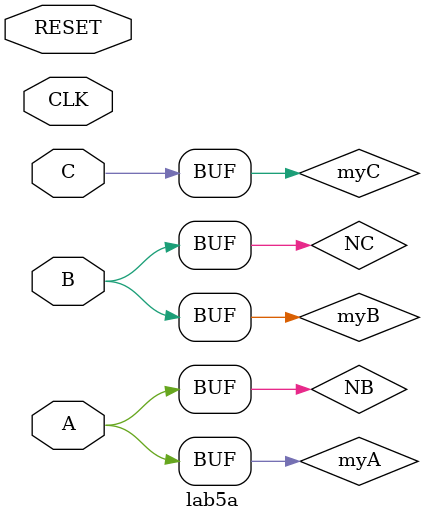
<source format=v>
`timescale 1ns / 1ps




module lab5a(
    input CLK,
    input RESET,
    input A,
    input B,
    input C
);

reg myA = 0;
reg myB = 0; 
reg myC = 0;

wire NA;
wire NB;
wire NC;

assign NA = ~(myB & myC);
assign NB = myA;
assign NC = myB;

wire NRST = ~RESET;

always @(posedge CLK)
    if (NRST) begin
        myA <= 1'b0;
        myB <= 1'b0;
        myC <= 1'b0;
    end
    
    else begin
        myA <= NA;
        myB <= NB;
        myC <=NC;
    end 
    
assign A = myA;
assign B = myB;
assign C = myC;


endmodule


</source>
